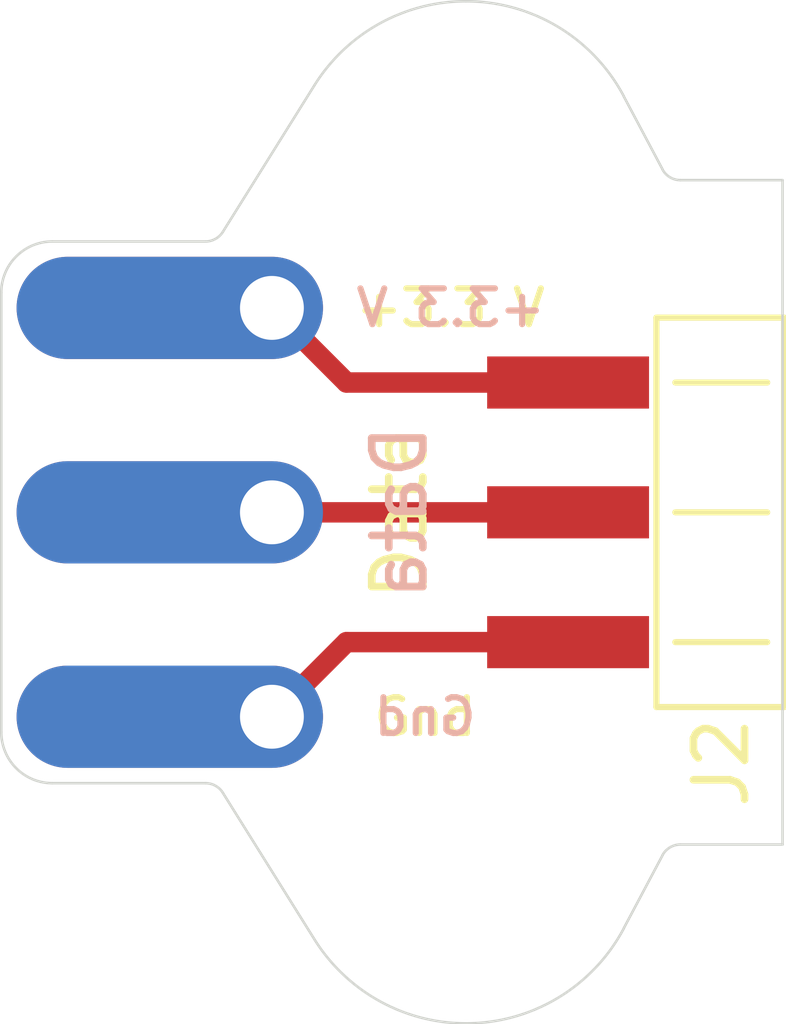
<source format=kicad_pcb>
(kicad_pcb (version 20171130) (host pcbnew 5.1.4+dfsg1-1)

  (general
    (thickness 1.6)
    (drawings 40)
    (tracks 5)
    (zones 0)
    (modules 4)
    (nets 4)
  )

  (page A4)
  (layers
    (0 F.Cu signal)
    (31 B.Cu signal)
    (32 B.Adhes user)
    (33 F.Adhes user)
    (34 B.Paste user)
    (35 F.Paste user)
    (36 B.SilkS user)
    (37 F.SilkS user)
    (38 B.Mask user)
    (39 F.Mask user)
    (40 Dwgs.User user hide)
    (41 Cmts.User user)
    (42 Eco1.User user)
    (43 Eco2.User user)
    (44 Edge.Cuts user)
    (45 Margin user)
    (46 B.CrtYd user)
    (47 F.CrtYd user)
    (48 B.Fab user)
    (49 F.Fab user)
  )

  (setup
    (last_trace_width 0.25)
    (user_trace_width 0.4)
    (trace_clearance 0.2)
    (zone_clearance 0.508)
    (zone_45_only no)
    (trace_min 0.2)
    (via_size 0.8)
    (via_drill 0.4)
    (via_min_size 0.4)
    (via_min_drill 0.3)
    (uvia_size 0.3)
    (uvia_drill 0.1)
    (uvias_allowed no)
    (uvia_min_size 0.2)
    (uvia_min_drill 0.1)
    (edge_width 0.05)
    (segment_width 0.2)
    (pcb_text_width 0.3)
    (pcb_text_size 1.5 1.5)
    (mod_edge_width 0.12)
    (mod_text_size 1 1)
    (mod_text_width 0.15)
    (pad_size 2.7 2.7)
    (pad_drill 2.7)
    (pad_to_mask_clearance 0.051)
    (solder_mask_min_width 0.25)
    (aux_axis_origin 0 0)
    (visible_elements FFFFFF7F)
    (pcbplotparams
      (layerselection 0x010fc_ffffffff)
      (usegerberextensions false)
      (usegerberattributes false)
      (usegerberadvancedattributes false)
      (creategerberjobfile false)
      (excludeedgelayer true)
      (linewidth 0.100000)
      (plotframeref false)
      (viasonmask false)
      (mode 1)
      (useauxorigin false)
      (hpglpennumber 1)
      (hpglpenspeed 20)
      (hpglpendiameter 15.000000)
      (psnegative false)
      (psa4output false)
      (plotreference true)
      (plotvalue true)
      (plotinvisibletext false)
      (padsonsilk false)
      (subtractmaskfromsilk false)
      (outputformat 1)
      (mirror false)
      (drillshape 1)
      (scaleselection 1)
      (outputdirectory ""))
  )

  (net 0 "")
  (net 1 "Net-(J1-Pad3)")
  (net 2 "Net-(J1-Pad2)")
  (net 3 "Net-(J1-Pad1)")

  (net_class Default "This is the default net class."
    (clearance 0.2)
    (trace_width 0.25)
    (via_dia 0.8)
    (via_drill 0.4)
    (uvia_dia 0.3)
    (uvia_drill 0.1)
    (add_net "Net-(J1-Pad1)")
    (add_net "Net-(J1-Pad2)")
    (add_net "Net-(J1-Pad3)")
  )

  (module Connector_PinHeader_2.54mm:PinHeader_1x03_P2.54mm_Horiz_SMD (layer F.Cu) (tedit 5EF43DA0) (tstamp 5F197F91)
    (at 105.8 100)
    (path /5EF3654D)
    (fp_text reference J2 (at 3 4.9 90) (layer F.SilkS)
      (effects (font (size 1 1) (thickness 0.15)))
    )
    (fp_text value Conn_01x03_Male (at 0 -4.6) (layer F.Fab) hide
      (effects (font (size 1 1) (thickness 0.15)))
    )
    (fp_line (start 3.9 2.54) (end 2.1 2.54) (layer F.SilkS) (width 0.12))
    (fp_line (start 2.1 0) (end 3.9 0) (layer F.SilkS) (width 0.12))
    (fp_line (start 2.1 -2.54) (end 3.9 -2.54) (layer F.SilkS) (width 0.12))
    (fp_line (start 4.23 -3.81) (end 1.73 -3.81) (layer F.SilkS) (width 0.12))
    (fp_line (start 4.23 3.81) (end 4.23 -3.81) (layer F.SilkS) (width 0.12))
    (fp_line (start 1.73 3.81) (end 4.23 3.81) (layer F.SilkS) (width 0.12))
    (fp_line (start 1.73 -3.81) (end 1.73 3.81) (layer F.SilkS) (width 0.12))
    (pad 3 smd rect (at 0 2.54) (size 3.17 1.02) (layers F.Cu F.Paste F.Mask)
      (net 1 "Net-(J1-Pad3)"))
    (pad 2 smd rect (at 0 0) (size 3.17 1.02) (layers F.Cu F.Paste F.Mask)
      (net 2 "Net-(J1-Pad2)"))
    (pad 1 smd rect (at 0 -2.54) (size 3.17 1.02) (layers F.Cu F.Paste F.Mask)
      (net 3 "Net-(J1-Pad1)"))
  )

  (module MountingHole:MountingHole_2.7mm_M2.5 (layer F.Cu) (tedit 56D1B4CB) (tstamp 5EF4F017)
    (at 103.8 106.5)
    (descr "Mounting Hole 2.7mm, no annular, M2.5")
    (tags "mounting hole 2.7mm no annular m2.5")
    (attr virtual)
    (fp_text reference REF** (at 0 -3.7) (layer F.SilkS) hide
      (effects (font (size 1 1) (thickness 0.15)))
    )
    (fp_text value MountingHole_2.7mm_M2.5 (at 0 3.7) (layer F.Fab) hide
      (effects (font (size 1 1) (thickness 0.15)))
    )
    (fp_circle (center 0 0) (end 2.95 0) (layer F.CrtYd) (width 0.05))
    (fp_circle (center 0 0) (end 2.7 0) (layer Cmts.User) (width 0.15))
    (fp_text user %R (at 3.4 -1) (layer F.Fab) hide
      (effects (font (size 1 1) (thickness 0.15)))
    )
    (pad 1 np_thru_hole circle (at 0 0) (size 2.7 2.7) (drill 2.7) (layers *.Cu *.Mask))
  )

  (module MountingHole:MountingHole_2.7mm_M2.5 (layer F.Cu) (tedit 56D1B4CB) (tstamp 5EF4F4E8)
    (at 103.8 93.5)
    (descr "Mounting Hole 2.7mm, no annular, M2.5")
    (tags "mounting hole 2.7mm no annular m2.5")
    (attr virtual)
    (fp_text reference REF** (at 0 -3.7) (layer F.SilkS) hide
      (effects (font (size 1 1) (thickness 0.15)))
    )
    (fp_text value MountingHole_2.7mm_M2.5 (at 0 3.7) (layer F.Fab) hide
      (effects (font (size 1 1) (thickness 0.15)))
    )
    (fp_circle (center 0 0) (end 2.95 0) (layer F.CrtYd) (width 0.05))
    (fp_circle (center 0 0) (end 2.7 0) (layer Cmts.User) (width 0.15))
    (fp_text user %R (at 3.4 -1) (layer F.Fab) hide
      (effects (font (size 1 1) (thickness 0.15)))
    )
    (pad 1 np_thru_hole circle (at 0 0) (size 2.7 2.7) (drill 2.7) (layers *.Cu *.Mask))
  )

  (module nFootprints:N64-Cont-Int (layer F.Cu) (tedit 5F192D9D) (tstamp 5EF3C156)
    (at 100 100)
    (path /5EF36BE0)
    (fp_text reference J1 (at 0 2 180) (layer F.SilkS) hide
      (effects (font (size 1 1) (thickness 0.15)))
    )
    (fp_text value Conn_01x03_Male (at 1.7 0 90) (layer F.Fab) hide
      (effects (font (size 1 1) (thickness 0.15)))
    )
    (pad 3 thru_hole oval (at 0 4) (size 6 2) (drill 1.25 (offset -2 0)) (layers *.Cu *.Mask)
      (net 1 "Net-(J1-Pad3)"))
    (pad 2 thru_hole oval (at 0 0) (size 6 2) (drill 1.25 (offset -2 0)) (layers *.Cu *.Mask)
      (net 2 "Net-(J1-Pad2)"))
    (pad 1 thru_hole oval (at 0 -4) (size 6 2) (drill 1.25 (offset -2 0)) (layers *.Cu *.Mask)
      (net 3 "Net-(J1-Pad1)"))
  )

  (gr_text "+3.3 V" (at 103.5 96) (layer B.SilkS) (tstamp 5F1980C3)
    (effects (font (size 0.7 0.7) (thickness 0.12)) (justify mirror))
  )
  (gr_text Gnd (at 103 104) (layer B.SilkS)
    (effects (font (size 0.7 0.7) (thickness 0.12)) (justify mirror))
  )
  (gr_text Gnd (at 103 104) (layer F.SilkS)
    (effects (font (size 0.7 0.7) (thickness 0.12)))
  )
  (gr_text Data (at 102.5 100 90) (layer B.SilkS) (tstamp 5F19805A)
    (effects (font (size 1 1) (thickness 0.15)) (justify mirror))
  )
  (gr_text "+3.3 V" (at 103.5 96) (layer F.SilkS)
    (effects (font (size 0.7 0.7) (thickness 0.12)))
  )
  (gr_text Data (at 102.5 100 90) (layer F.SilkS)
    (effects (font (size 1 1) (thickness 0.15)))
  )
  (gr_arc (start 98.7 105.7) (end 98.7 105.3) (angle 58.29857033) (layer Edge.Cuts) (width 0.05))
  (gr_line (start 95.7 105.3) (end 98.7 105.3) (layer Edge.Cuts) (width 0.05))
  (gr_arc (start 95.7 104.3) (end 94.7 104.3) (angle -90) (layer Edge.Cuts) (width 0.05))
  (gr_line (start 106.89 108.14) (end 107.65 106.71) (layer Edge.Cuts) (width 0.05))
  (gr_arc (start 108 106.9) (end 108 106.5) (angle -61.50436138) (layer Edge.Cuts) (width 0.05))
  (gr_line (start 110 106.5) (end 108 106.5) (layer Edge.Cuts) (width 0.05))
  (gr_line (start 106.89 91.86) (end 107.65 93.29) (layer Edge.Cuts) (width 0.05))
  (gr_line (start 99.040319 94.510197) (end 100.83369 91.642311) (layer Edge.Cuts) (width 0.05))
  (gr_arc (start 98.7 94.3) (end 98.7 94.7) (angle -58.29857033) (layer Edge.Cuts) (width 0.05))
  (gr_line (start 95.7 94.7) (end 98.7 94.7) (layer Edge.Cuts) (width 0.05))
  (gr_arc (start 108 93.1) (end 108 93.5) (angle 61.5) (layer Edge.Cuts) (width 0.05))
  (gr_line (start 110 93.5) (end 108 93.5) (layer Edge.Cuts) (width 0.05))
  (gr_line (start 100 104) (end 95 104) (layer Dwgs.User) (width 0.15))
  (gr_line (start 100 96) (end 94 96) (layer Dwgs.User) (width 0.15))
  (gr_arc (start 95.7 95.7) (end 94.7 95.7) (angle 90) (layer Edge.Cuts) (width 0.05) (tstamp 5F10AF51))
  (gr_arc (start 103.8 93.5) (end 103.8 90) (angle -57.94262427) (layer Edge.Cuts) (width 0.05))
  (gr_arc (start 103.8 106.5) (end 103.8 110) (angle 57.94262427) (layer Edge.Cuts) (width 0.05))
  (gr_arc (start 103.8 93.5) (end 103.8 90) (angle 62.04312571) (layer Edge.Cuts) (width 0.05))
  (gr_line (start 103.8 93.5) (end 110.8 93.5) (layer Dwgs.User) (width 0.15))
  (gr_line (start 103.9 106.5) (end 98 106.5) (layer Dwgs.User) (width 0.15))
  (gr_line (start 103.9 106.5) (end 103.9 110.7) (layer Dwgs.User) (width 0.15))
  (gr_line (start 103.9 106.5) (end 110.5 106.5) (layer Dwgs.User) (width 0.15))
  (gr_line (start 99.04 105.49) (end 100.83369 108.357689) (layer Edge.Cuts) (width 0.05))
  (gr_line (start 94.7 95.7) (end 94.7 104.3) (layer Edge.Cuts) (width 0.05))
  (gr_arc (start 103.8 106.5) (end 103.8 110) (angle -62.04312571) (layer Edge.Cuts) (width 0.05))
  (gr_line (start 110 93.5) (end 110 106.5) (layer Edge.Cuts) (width 0.05))
  (gr_line (start 100 94) (end 100 90) (layer Dwgs.User) (width 0.15))
  (gr_line (start 96 94) (end 100 94) (layer Dwgs.User) (width 0.15))
  (gr_line (start 100 106) (end 100 110) (layer Dwgs.User) (width 0.15))
  (gr_line (start 96 106) (end 100 106) (layer Dwgs.User) (width 0.15))
  (gr_line (start 110 110) (end 110 90) (layer Dwgs.User) (width 0.15) (tstamp 5EF3CF87))
  (gr_line (start 96 110) (end 110 110) (layer Dwgs.User) (width 0.15) (tstamp 5EF3CF84))
  (gr_line (start 96 90) (end 96 110) (layer Dwgs.User) (width 0.15))
  (gr_line (start 110 90) (end 96 90) (layer Dwgs.User) (width 0.15))

  (segment (start 101.46 102.54) (end 105.8 102.54) (width 0.4) (layer F.Cu) (net 1))
  (segment (start 100 104) (end 101.46 102.54) (width 0.4) (layer F.Cu) (net 1))
  (segment (start 105.8 100) (end 100 100) (width 0.4) (layer F.Cu) (net 2))
  (segment (start 101.46 97.46) (end 105.8 97.46) (width 0.4) (layer F.Cu) (net 3))
  (segment (start 100 96) (end 101.46 97.46) (width 0.4) (layer F.Cu) (net 3))

)

</source>
